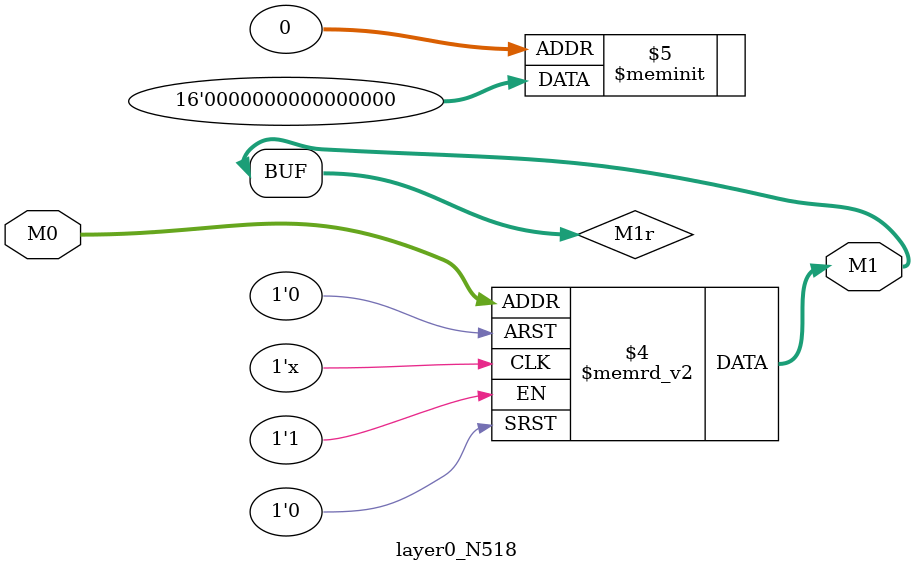
<source format=v>
module layer0_N518 ( input [2:0] M0, output [1:0] M1 );

	(*rom_style = "distributed" *) reg [1:0] M1r;
	assign M1 = M1r;
	always @ (M0) begin
		case (M0)
			3'b000: M1r = 2'b00;
			3'b100: M1r = 2'b00;
			3'b010: M1r = 2'b00;
			3'b110: M1r = 2'b00;
			3'b001: M1r = 2'b00;
			3'b101: M1r = 2'b00;
			3'b011: M1r = 2'b00;
			3'b111: M1r = 2'b00;

		endcase
	end
endmodule

</source>
